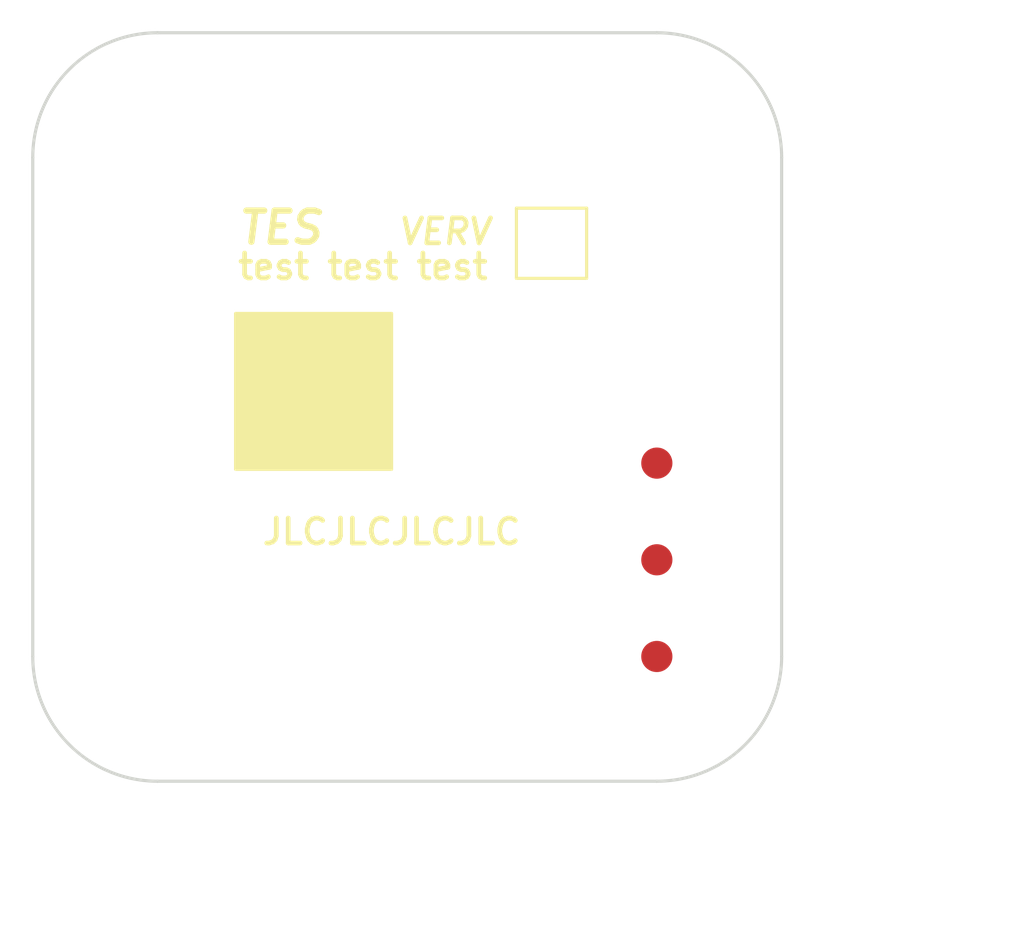
<source format=kicad_pcb>
(kicad_pcb (version 20241229) (generator "pcbnew") (generator_version "9.0")
  (title_block (title "SET!!!") (date "SET!!!") (rev "VERV") (company "SET!!!") (comment 2 "SET!!!") (comment 3 "SET!!!"))
  (layers (0 "F.Cu" signal) (2 "B.Cu" signal) (13 "F.Paste" user) (15 "B.Paste" user) (5 "F.SilkS" user "F.Silkscreen") (7 "B.SilkS" user "B.Silkscreen") (1 "F.Mask" user) (3 "B.Mask" user) (25 "Edge.Cuts" user))
  (net 0 "")
  (footprint "MAS_Package_std:Fiducial_1mm_Mask2mm" (layer "F.Cu") (at 50 46.9)
    (property "Reference" "FID2" (hide yes))
    (property "Value" "Fiducial" (hide yes))
    (pad "" smd circle (at 0 0) (size 1 1) (layers "F.Cu" "F.Mask") (clearance 0.5))
  )
  (footprint "MAS_Package_std:Fiducial_1mm_Mask2mm" (layer "F.Cu") (at 50 43.8)
    (property "Reference" "FID1" (hide yes))
    (property "Value" "Fiducial" (hide yes))
    (pad "" smd circle (at 0 0) (size 1 1) (layers "F.Cu" "F.Mask") (clearance 0.5))
  )
  (footprint "MAS_Package_std:Fiducial_1mm_Mask2mm" (layer "F.Cu") (at 50 50)
    (property "Reference" "FID3" (hide yes))
    (property "Value" "Fiducial" (hide yes))
    (pad "" smd circle (at 0 0) (size 1 1) (layers "F.Cu" "F.Mask") (clearance 0.5))
  )
  (gr_line (start 47.749999 37.874999) (end 45.500001 37.874998) (stroke (width 0.1)) (layer "F.SilkS"))
  (gr_line (start 47.749999 37.874999) (end 47.75 35.625) (stroke (width 0.1)) (layer "F.SilkS"))
  (gr_line (start 45.5 35.624999) (end 45.500001 37.874998) (stroke (width 0.1)) (layer "F.SilkS"))
  (gr_line (start 47.75 35.625) (end 45.5 35.624999) (stroke (width 0.1)) (layer "F.SilkS"))
  (gr_rect (start 36.5 39) (end 41.5 44) (stroke (width 0.1)) (fill yes) (layer "F.SilkS"))
  (gr_line (start 34 30) (end 50 30) (stroke (width 0.1)) (layer "Edge.Cuts"))
  (gr_arc (start 54 50) (mid 52.828427 52.828427) (end 49.999999 54.000001) (stroke (width 0.1)) (layer "Edge.Cuts"))
  (gr_line (start 49.999999 54.000001) (end 33.999999 54.000001) (stroke (width 0.1)) (layer "Edge.Cuts"))
  (gr_arc (start 29.999999 34.000001) (mid 31.171572 31.171573) (end 34 30) (stroke (width 0.1)) (layer "Edge.Cuts"))
  (gr_arc (start 50 30) (mid 52.828428 31.171573) (end 54.000001 34.000001) (stroke (width 0.1)) (layer "Edge.Cuts"))
  (gr_line (start 29.999999 34.000001) (end 29.999999 50) (stroke (width 0.1)) (layer "Edge.Cuts"))
  (gr_arc (start 34.000001 54.000001) (mid 31.171573 52.828428) (end 30 50) (stroke (width 0.1)) (layer "Edge.Cuts"))
  (gr_line (start 54 49.999999) (end 54 34) (stroke (width 0.1)) (layer "Edge.Cuts"))
  (gr_text "TES" (at 36.5 36.25 0) (layer "F.SilkS") (effects (font (size 1 1) (thickness 0.2) (bold yes) (italic yes)) (justify left)))
  (gr_text "JLCJLCJLCJLC" (at 41.5 46 0) (layer "F.SilkS") (effects (font (size 0.8 0.8))))
  (gr_text "VERV" (at 44.75 36.374999 0) (layer "F.SilkS") (effects (font (size 0.8 0.8) (thickness 0.15) (bold yes) (italic yes)) (justify right)))
  (gr_text "test test test" (at 36.5 37.499999 0) (layer "F.SilkS") (effects (font (size 0.8 0.8) (thickness 0.15) (bold yes)) (justify left)))
)
</source>
